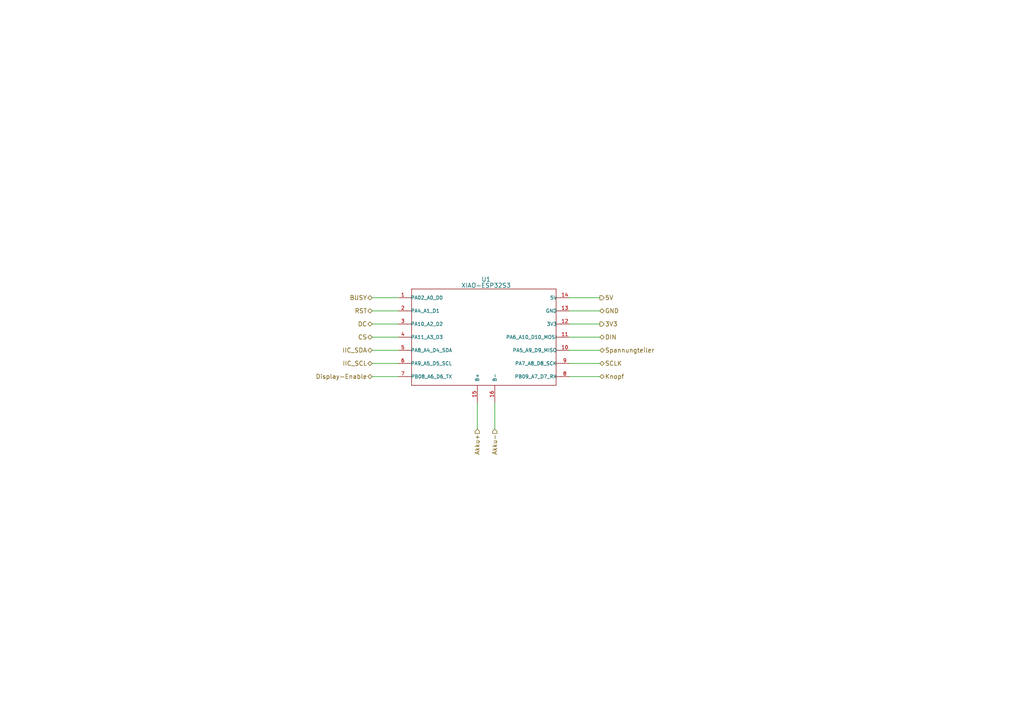
<source format=kicad_sch>
(kicad_sch (version 20231120) (generator "eeschema") (generator_version "8.0")
  (paper "A4")
  (lib_symbols
    (symbol "MOUDLE-SEEEDUINO-XIAO-ESP32C3:MOUDLE-SEEEDUINO-XIAO-ESP32C3" (pin_names (offset 1.016))
      (property "Reference" "U1" (at -0.635 19.05 0))
      (property "Value" "XIAO-ESP32S3" (at -0.635 16.51 0))
      (symbol "MOUDLE-SEEEDUINO-XIAO-ESP32C3_0_0"
        (polyline (pts (xy -21.59 -13.97) (xy -21.59 0)) (stroke (width 0.1524)))
        (polyline (pts (xy -21.59 -11.43) (xy -22.86 -11.43)) (stroke (width 0.1524)))
        (polyline (pts (xy -21.59 -7.62) (xy -22.86 -7.62)) (stroke (width 0.1524)))
        (polyline (pts (xy -21.59 -3.81) (xy -22.86 -3.81)) (stroke (width 0.1524)))
        (polyline (pts (xy -21.59 0) (xy -22.86 0)) (stroke (width 0.1524)))
        (polyline (pts (xy -21.59 0) (xy -21.59 3.81)) (stroke (width 0.1524)))
        (polyline (pts (xy -21.59 3.81) (xy -22.86 3.81)) (stroke (width 0.1524)))
        (polyline (pts (xy -21.59 3.81) (xy -21.59 7.62)) (stroke (width 0.1524)))
        (polyline (pts (xy -21.59 7.62) (xy -22.86 7.62)) (stroke (width 0.1524)))
        (polyline (pts (xy -21.59 7.62) (xy -21.59 11.43)) (stroke (width 0.1524)))
        (polyline (pts (xy -21.59 11.43) (xy -22.86 11.43)) (stroke (width 0.1524)))
        (polyline (pts (xy -21.59 11.43) (xy -21.59 13.97)) (stroke (width 0.1524)))
        (polyline (pts (xy -21.59 13.97) (xy 20.32 13.97)) (stroke (width 0.1524)))
        (polyline (pts (xy 20.32 -13.97) (xy -21.59 -13.97)) (stroke (width 0.1524)))
        (polyline (pts (xy 20.32 3.81) (xy 20.32 -13.97)) (stroke (width 0.1524)))
        (polyline (pts (xy 20.32 7.62) (xy 20.32 3.81)) (stroke (width 0.1524)))
        (polyline (pts (xy 20.32 11.43) (xy 20.32 7.62)) (stroke (width 0.1524)))
        (polyline (pts (xy 20.32 13.97) (xy 20.32 11.43)) (stroke (width 0.1524)))
        (polyline (pts (xy 21.59 -11.43) (xy 20.32 -11.43)) (stroke (width 0.1524)))
        (polyline (pts (xy 21.59 -7.62) (xy 20.32 -7.62)) (stroke (width 0.1524)))
        (polyline (pts (xy 21.59 -3.81) (xy 20.32 -3.81)) (stroke (width 0.1524)))
        (polyline (pts (xy 21.59 0) (xy 20.32 0)) (stroke (width 0.1524)))
        (polyline (pts (xy 21.59 3.81) (xy 20.32 3.81)) (stroke (width 0.1524)))
        (polyline (pts (xy 21.59 7.62) (xy 20.32 7.62)) (stroke (width 0.1524)))
        (polyline (pts (xy 21.59 11.43) (xy 20.32 11.43)) (stroke (width 0.1524)))
        (pin bidirectional line (at -25.4 11.43 0) (length 2.54) (name "PA02_A0_D0") (number "1"))
        (pin bidirectional line (at 24.13 -3.81 180) (length 2.54) (name "PA5_A9_D9_MISO") (number "10"))
        (pin bidirectional line (at 24.13 0 180) (length 2.54) (name "PA6_A10_D10_MOSI") (number "11"))
        (pin bidirectional line (at 24.13 3.81 180) (length 2.54) (name "3V3") (number "12"))
        (pin bidirectional line (at 24.13 7.62 180) (length 2.54) (name "GND") (number "13"))
        (pin bidirectional line (at 24.13 11.43 180) (length 2.54) (name "5V") (number "14"))
        (pin bidirectional line (at -25.4 7.62 0) (length 2.54) (name "PA4_A1_D1") (number "2"))
        (pin bidirectional line (at -25.4 3.81 0) (length 2.54) (name "PA10_A2_D2") (number "3"))
        (pin bidirectional line (at -25.4 0 0) (length 2.54) (name "PA11_A3_D3") (number "4"))
        (pin bidirectional line (at -25.4 -3.81 0) (length 2.54) (name "PA8_A4_D4_SDA") (number "5"))
        (pin bidirectional line (at -25.4 -7.62 0) (length 2.54) (name "PA9_A5_D5_SCL") (number "6"))
        (pin bidirectional line (at -25.4 -11.43 0) (length 2.54) (name "PB08_A6_D6_TX") (number "7"))
        (pin bidirectional line (at 24.13 -11.43 180) (length 2.54) (name "PB09_A7_D7_RX") (number "8"))
        (pin bidirectional line (at 24.13 -7.62 180) (length 2.54) (name "PA7_A8_D8_SCK") (number "9"))
      )
      (symbol "MOUDLE-SEEEDUINO-XIAO-ESP32C3_1_1"
        (pin input line (at -2.54 -19.05 90) (length 5.08) (name "B+") (number "15"))
        (pin input line (at 2.54 -19.05 90) (length 5.08) (name "B-") (number "16"))
      )
    )
  )
  (wire (pts (xy 165.1 93.98) (xy 173.99 93.98)))
  (wire (pts (xy 107.95 86.36) (xy 115.57 86.36)))
  (wire (pts (xy 107.95 101.6) (xy 115.57 101.6)))
  (wire (pts (xy 107.95 90.17) (xy 115.57 90.17)))
  (wire (pts (xy 138.43 116.84) (xy 138.43 124.46)))
  (wire (pts (xy 165.1 109.22) (xy 173.99 109.22)))
  (wire (pts (xy 165.1 86.36) (xy 173.99 86.36)))
  (wire (pts (xy 107.95 109.22) (xy 115.57 109.22)))
  (wire (pts (xy 165.1 90.17) (xy 173.99 90.17)))
  (wire (pts (xy 165.1 105.41) (xy 173.99 105.41)))
  (wire (pts (xy 143.51 116.84) (xy 143.51 124.46)))
  (wire (pts (xy 107.95 93.98) (xy 115.57 93.98)))
  (wire (pts (xy 107.95 105.41) (xy 115.57 105.41)))
  (wire (pts (xy 165.1 97.79) (xy 173.99 97.79)))
  (wire (pts (xy 107.95 97.79) (xy 115.57 97.79)))
  (wire (pts (xy 165.1 101.6) (xy 173.99 101.6)))
  (hierarchical_label "3V3" (shape output) (at 173.99 93.98 0))
  (hierarchical_label "Spannungteiler" (shape bidirectional) (at 173.99 101.6 0))
  (hierarchical_label "IIC_SDA" (shape bidirectional) (at 107.95 101.6 180))
  (hierarchical_label "IIC_SCL" (shape bidirectional) (at 107.95 105.41 180))
  (hierarchical_label "SCLK" (shape bidirectional) (at 173.99 105.41 0))
  (hierarchical_label "5V" (shape output) (at 173.99 86.36 0))
  (hierarchical_label "Knopf" (shape bidirectional) (at 173.99 109.22 0))
  (hierarchical_label "DIN" (shape bidirectional) (at 173.99 97.79 0))
  (hierarchical_label "Akku-" (shape input) (at 143.51 124.46 270))
  (hierarchical_label "BUSY" (shape bidirectional) (at 107.95 86.36 180))
  (hierarchical_label "DC" (shape bidirectional) (at 107.95 93.98 180))
  (hierarchical_label "RST" (shape bidirectional) (at 107.95 90.17 180))
  (hierarchical_label "CS" (shape bidirectional) (at 107.95 97.79 180))
  (hierarchical_label "Akku+" (shape input) (at 138.43 124.46 270))
  (hierarchical_label "Display-Enable" (shape bidirectional) (at 107.95 109.22 180))
  (hierarchical_label "GND" (shape bidirectional) (at 173.99 90.17 0))
  (symbol (lib_id "MOUDLE-SEEEDUINO-XIAO-ESP32C3:MOUDLE-SEEEDUINO-XIAO-ESP32C3") (at 140.97 97.79 0) (unit 1)
    (property "Reference" "U1" (at 140.97 81.026 0))
    (property "Value" "XIAO-ESP32S3" (at 140.97 82.804 0))
    (property "Footprint" "Seeed Studio XIAO Series Library:XIAO-Generic-Thruhole-14P-2.54-21X17.8MM" (effects (hide yes)))
  )
)
</source>
